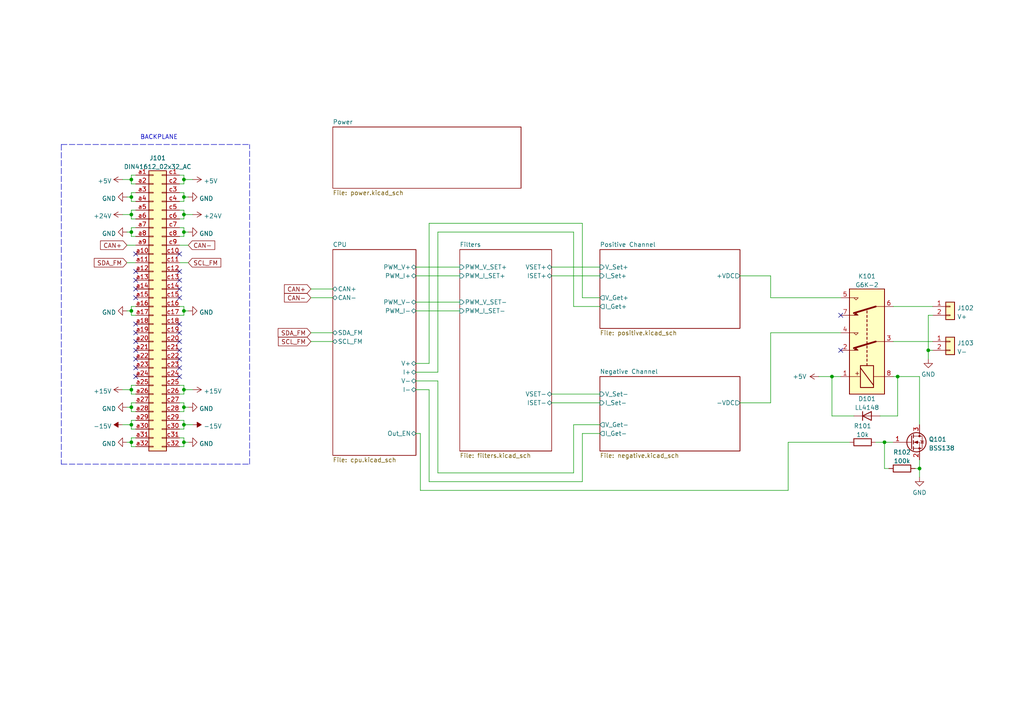
<source format=kicad_sch>
(kicad_sch (version 20211123) (generator eeschema)
  (paper "A4")
  (title_block (title "Overview") (date "2022-11-27") (rev "Rev V1.0") (company "Synthron"))
  (lib_symbols
    (symbol "Connector:DIN41612_02x32_AC" (pin_names (offset 1.016) hide)
      (property "Reference" "J" (at 1.27 40.64 0))
      (property "Value" "DIN41612_02x32_AC" (at 1.27 -43.18 0))
      (symbol "DIN41612_02x32_AC_1_1"
        (rectangle (start -1.27 -40.513) (end 0 -40.767) (stroke (width 0.1524)))
        (rectangle (start -1.27 -37.973) (end 0 -38.227) (stroke (width 0.1524)))
        (rectangle (start -1.27 -35.433) (end 0 -35.687) (stroke (width 0.1524)))
        (rectangle (start -1.27 -32.893) (end 0 -33.147) (stroke (width 0.1524)))
        (rectangle (start -1.27 -30.353) (end 0 -30.607) (stroke (width 0.1524)))
        (rectangle (start -1.27 -27.813) (end 0 -28.067) (stroke (width 0.1524)))
        (rectangle (start -1.27 -25.273) (end 0 -25.527) (stroke (width 0.1524)))
        (rectangle (start -1.27 -22.733) (end 0 -22.987) (stroke (width 0.1524)))
        (rectangle (start -1.27 -20.193) (end 0 -20.447) (stroke (width 0.1524)))
        (rectangle (start -1.27 -17.653) (end 0 -17.907) (stroke (width 0.1524)))
        (rectangle (start -1.27 -15.113) (end 0 -15.367) (stroke (width 0.1524)))
        (rectangle (start -1.27 -12.573) (end 0 -12.827) (stroke (width 0.1524)))
        (rectangle (start -1.27 -10.033) (end 0 -10.287) (stroke (width 0.1524)))
        (rectangle (start -1.27 -7.493) (end 0 -7.747) (stroke (width 0.1524)))
        (rectangle (start -1.27 -4.953) (end 0 -5.207) (stroke (width 0.1524)))
        (rectangle (start -1.27 -2.413) (end 0 -2.667) (stroke (width 0.1524)))
        (rectangle (start -1.27 0.127) (end 0 -0.127) (stroke (width 0.1524)))
        (rectangle (start -1.27 2.667) (end 0 2.413) (stroke (width 0.1524)))
        (rectangle (start -1.27 5.207) (end 0 4.953) (stroke (width 0.1524)))
        (rectangle (start -1.27 7.747) (end 0 7.493) (stroke (width 0.1524)))
        (rectangle (start -1.27 10.287) (end 0 10.033) (stroke (width 0.1524)))
        (rectangle (start -1.27 12.827) (end 0 12.573) (stroke (width 0.1524)))
        (rectangle (start -1.27 15.367) (end 0 15.113) (stroke (width 0.1524)))
        (rectangle (start -1.27 17.907) (end 0 17.653) (stroke (width 0.1524)))
        (rectangle (start -1.27 20.447) (end 0 20.193) (stroke (width 0.1524)))
        (rectangle (start -1.27 22.987) (end 0 22.733) (stroke (width 0.1524)))
        (rectangle (start -1.27 25.527) (end 0 25.273) (stroke (width 0.1524)))
        (rectangle (start -1.27 28.067) (end 0 27.813) (stroke (width 0.1524)))
        (rectangle (start -1.27 30.607) (end 0 30.353) (stroke (width 0.1524)))
        (rectangle (start -1.27 33.147) (end 0 32.893) (stroke (width 0.1524)))
        (rectangle (start -1.27 35.687) (end 0 35.433) (stroke (width 0.1524)))
        (rectangle (start -1.27 38.227) (end 0 37.973) (stroke (width 0.1524)))
        (rectangle (start -1.27 39.37) (end 3.81 -41.91) (stroke (width 0.254)) (fill (type background)))
        (rectangle (start 3.81 -40.513) (end 2.54 -40.767) (stroke (width 0.1524)))
        (rectangle (start 3.81 -37.973) (end 2.54 -38.227) (stroke (width 0.1524)))
        (rectangle (start 3.81 -35.433) (end 2.54 -35.687) (stroke (width 0.1524)))
        (rectangle (start 3.81 -32.893) (end 2.54 -33.147) (stroke (width 0.1524)))
        (rectangle (start 3.81 -30.353) (end 2.54 -30.607) (stroke (width 0.1524)))
        (rectangle (start 3.81 -27.813) (end 2.54 -28.067) (stroke (width 0.1524)))
        (rectangle (start 3.81 -25.273) (end 2.54 -25.527) (stroke (width 0.1524)))
        (rectangle (start 3.81 -22.733) (end 2.54 -22.987) (stroke (width 0.1524)))
        (rectangle (start 3.81 -20.193) (end 2.54 -20.447) (stroke (width 0.1524)))
        (rectangle (start 3.81 -17.653) (end 2.54 -17.907) (stroke (width 0.1524)))
        (rectangle (start 3.81 -15.113) (end 2.54 -15.367) (stroke (width 0.1524)))
        (rectangle (start 3.81 -12.573) (end 2.54 -12.827) (stroke (width 0.1524)))
        (rectangle (start 3.81 -10.033) (end 2.54 -10.287) (stroke (width 0.1524)))
        (rectangle (start 3.81 -7.493) (end 2.54 -7.747) (stroke (width 0.1524)))
        (rectangle (start 3.81 -4.953) (end 2.54 -5.207) (stroke (width 0.1524)))
        (rectangle (start 3.81 -2.413) (end 2.54 -2.667) (stroke (width 0.1524)))
        (rectangle (start 3.81 0.127) (end 2.54 -0.127) (stroke (width 0.1524)))
        (rectangle (start 3.81 2.667) (end 2.54 2.413) (stroke (width 0.1524)))
        (rectangle (start 3.81 5.207) (end 2.54 4.953) (stroke (width 0.1524)))
        (rectangle (start 3.81 7.747) (end 2.54 7.493) (stroke (width 0.1524)))
        (rectangle (start 3.81 10.287) (end 2.54 10.033) (stroke (width 0.1524)))
        (rectangle (start 3.81 12.827) (end 2.54 12.573) (stroke (width 0.1524)))
        (rectangle (start 3.81 15.367) (end 2.54 15.113) (stroke (width 0.1524)))
        (rectangle (start 3.81 17.907) (end 2.54 17.653) (stroke (width 0.1524)))
        (rectangle (start 3.81 20.447) (end 2.54 20.193) (stroke (width 0.1524)))
        (rectangle (start 3.81 22.987) (end 2.54 22.733) (stroke (width 0.1524)))
        (rectangle (start 3.81 25.527) (end 2.54 25.273) (stroke (width 0.1524)))
        (rectangle (start 3.81 28.067) (end 2.54 27.813) (stroke (width 0.1524)))
        (rectangle (start 3.81 30.607) (end 2.54 30.353) (stroke (width 0.1524)))
        (rectangle (start 3.81 33.147) (end 2.54 32.893) (stroke (width 0.1524)))
        (rectangle (start 3.81 35.687) (end 2.54 35.433) (stroke (width 0.1524)))
        (rectangle (start 3.81 38.227) (end 2.54 37.973) (stroke (width 0.1524)))
        (pin passive line (at -5.08 38.1 0) (length 3.81) (name "Pin_a1") (number "a1"))
        (pin passive line (at -5.08 15.24 0) (length 3.81) (name "Pin_a10") (number "a10"))
        (pin passive line (at -5.08 12.7 0) (length 3.81) (name "Pin_a11") (number "a11"))
        (pin passive line (at -5.08 10.16 0) (length 3.81) (name "Pin_a12") (number "a12"))
        (pin passive line (at -5.08 7.62 0) (length 3.81) (name "Pin_a13") (number "a13"))
        (pin passive line (at -5.08 5.08 0) (length 3.81) (name "Pin_a14") (number "a14"))
        (pin passive line (at -5.08 2.54 0) (length 3.81) (name "Pin_a15") (number "a15"))
        (pin passive line (at -5.08 0 0) (length 3.81) (name "Pin_a16") (number "a16"))
        (pin passive line (at -5.08 -2.54 0) (length 3.81) (name "Pin_a17") (number "a17"))
        (pin passive line (at -5.08 -5.08 0) (length 3.81) (name "Pin_a18") (number "a18"))
        (pin passive line (at -5.08 -7.62 0) (length 3.81) (name "Pin_a19") (number "a19"))
        (pin passive line (at -5.08 35.56 0) (length 3.81) (name "Pin_a2") (number "a2"))
        (pin passive line (at -5.08 -10.16 0) (length 3.81) (name "Pin_a20") (number "a20"))
        (pin passive line (at -5.08 -12.7 0) (length 3.81) (name "Pin_a21") (number "a21"))
        (pin passive line (at -5.08 -15.24 0) (length 3.81) (name "Pin_a22") (number "a22"))
        (pin passive line (at -5.08 -17.78 0) (length 3.81) (name "Pin_a23") (number "a23"))
        (pin passive line (at -5.08 -20.32 0) (length 3.81) (name "Pin_a24") (number "a24"))
        (pin passive line (at -5.08 -22.86 0) (length 3.81) (name "Pin_a25") (number "a25"))
        (pin passive line (at -5.08 -25.4 0) (length 3.81) (name "Pin_a26") (number "a26"))
        (pin passive line (at -5.08 -27.94 0) (length 3.81) (name "Pin_a27") (number "a27"))
        (pin passive line (at -5.08 -30.48 0) (length 3.81) (name "Pin_a28") (number "a28"))
        (pin passive line (at -5.08 -33.02 0) (length 3.81) (name "Pin_a29") (number "a29"))
        (pin passive line (at -5.08 33.02 0) (length 3.81) (name "Pin_a3") (number "a3"))
        (pin passive line (at -5.08 -35.56 0) (length 3.81) (name "Pin_a30") (number "a30"))
        (pin passive line (at -5.08 -38.1 0) (length 3.81) (name "Pin_a31") (number "a31"))
        (pin passive line (at -5.08 -40.64 0) (length 3.81) (name "Pin_a32") (number "a32"))
        (pin passive line (at -5.08 30.48 0) (length 3.81) (name "Pin_a4") (number "a4"))
        (pin passive line (at -5.08 27.94 0) (length 3.81) (name "Pin_a5") (number "a5"))
        (pin passive line (at -5.08 25.4 0) (length 3.81) (name "Pin_a6") (number "a6"))
        (pin passive line (at -5.08 22.86 0) (length 3.81) (name "Pin_a7") (number "a7"))
        (pin passive line (at -5.08 20.32 0) (length 3.81) (name "Pin_a8") (number "a8"))
        (pin passive line (at -5.08 17.78 0) (length 3.81) (name "Pin_a9") (number "a9"))
        (pin passive line (at 7.62 38.1 180) (length 3.81) (name "Pin_c1") (number "c1"))
        (pin passive line (at 7.62 15.24 180) (length 3.81) (name "Pin_c10") (number "c10"))
        (pin passive line (at 7.62 12.7 180) (length 3.81) (name "Pin_c11") (number "c11"))
        (pin passive line (at 7.62 10.16 180) (length 3.81) (name "Pin_c12") (number "c12"))
        (pin passive line (at 7.62 7.62 180) (length 3.81) (name "Pin_c13") (number "c13"))
        (pin passive line (at 7.62 5.08 180) (length 3.81) (name "Pin_c14") (number "c14"))
        (pin passive line (at 7.62 2.54 180) (length 3.81) (name "Pin_c15") (number "c15"))
        (pin passive line (at 7.62 0 180) (length 3.81) (name "Pin_c16") (number "c16"))
        (pin passive line (at 7.62 -2.54 180) (length 3.81) (name "Pin_c17") (number "c17"))
        (pin passive line (at 7.62 -5.08 180) (length 3.81) (name "Pin_c18") (number "c18"))
        (pin passive line (at 7.62 -7.62 180) (length 3.81) (name "Pin_c19") (number "c19"))
        (pin passive line (at 7.62 35.56 180) (length 3.81) (name "Pin_c2") (number "c2"))
        (pin passive line (at 7.62 -10.16 180) (length 3.81) (name "Pin_c20") (number "c20"))
        (pin passive line (at 7.62 -12.7 180) (length 3.81) (name "Pin_c21") (number "c21"))
        (pin passive line (at 7.62 -15.24 180) (length 3.81) (name "Pin_c22") (number "c22"))
        (pin passive line (at 7.62 -17.78 180) (length 3.81) (name "Pin_c23") (number "c23"))
        (pin passive line (at 7.62 -20.32 180) (length 3.81) (name "Pin_c24") (number "c24"))
        (pin passive line (at 7.62 -22.86 180) (length 3.81) (name "Pin_c25") (number "c25"))
        (pin passive line (at 7.62 -25.4 180) (length 3.81) (name "Pin_c26") (number "c26"))
        (pin passive line (at 7.62 -27.94 180) (length 3.81) (name "Pin_c27") (number "c27"))
        (pin passive line (at 7.62 -30.48 180) (length 3.81) (name "Pin_c28") (number "c28"))
        (pin passive line (at 7.62 -33.02 180) (length 3.81) (name "Pin_c29") (number "c29"))
        (pin passive line (at 7.62 33.02 180) (length 3.81) (name "Pin_c3") (number "c3"))
        (pin passive line (at 7.62 -35.56 180) (length 3.81) (name "Pin_c30") (number "c30"))
        (pin passive line (at 7.62 -38.1 180) (length 3.81) (name "Pin_c31") (number "c31"))
        (pin passive line (at 7.62 -40.64 180) (length 3.81) (name "Pin_c32") (number "c32"))
        (pin passive line (at 7.62 30.48 180) (length 3.81) (name "Pin_c4") (number "c4"))
        (pin passive line (at 7.62 27.94 180) (length 3.81) (name "Pin_c5") (number "c5"))
        (pin passive line (at 7.62 25.4 180) (length 3.81) (name "Pin_c6") (number "c6"))
        (pin passive line (at 7.62 22.86 180) (length 3.81) (name "Pin_c7") (number "c7"))
        (pin passive line (at 7.62 20.32 180) (length 3.81) (name "Pin_c8") (number "c8"))
        (pin passive line (at 7.62 17.78 180) (length 3.81) (name "Pin_c9") (number "c9"))
      )
    )
    (symbol "Connector_Generic:Conn_01x02" (pin_names (offset 1.016) hide)
      (property "Reference" "J" (at 0 2.54 0))
      (property "Value" "Conn_01x02" (at 0 -5.08 0))
      (symbol "Conn_01x02_1_1"
        (rectangle (start -1.27 -2.413) (end 0 -2.667) (stroke (width 0.1524)))
        (rectangle (start -1.27 0.127) (end 0 -0.127) (stroke (width 0.1524)))
        (rectangle (start -1.27 1.27) (end 1.27 -3.81) (stroke (width 0.254)) (fill (type background)))
        (pin passive line (at -5.08 0 0) (length 3.81) (name "Pin_1") (number "1"))
        (pin passive line (at -5.08 -2.54 0) (length 3.81) (name "Pin_2") (number "2"))
      )
    )
    (symbol "Device:R" (pin_numbers hide) (pin_names (offset 0))
      (property "Reference" "R" (at 2.032 0 90))
      (property "Value" "R" (at 0 0 90))
      (symbol "R_0_1"
        (rectangle (start -1.016 -2.54) (end 1.016 2.54) (stroke (width 0.254)))
      )
      (symbol "R_1_1"
        (pin passive line (at 0 3.81 270) (length 1.27) (name "~") (number "1"))
        (pin passive line (at 0 -3.81 90) (length 1.27) (name "~") (number "2"))
      )
    )
    (symbol "Diode:LL4148" (pin_numbers hide) (pin_names (offset 1.016) hide)
      (property "Reference" "D" (at 0 2.54 0))
      (property "Value" "LL4148" (at 0 -2.54 0))
      (symbol "LL4148_0_1"
        (polyline (pts (xy -1.27 1.27) (xy -1.27 -1.27)) (stroke (width 0.254)))
        (polyline (pts (xy 1.27 0) (xy -1.27 0)))
        (polyline (pts (xy 1.27 1.27) (xy 1.27 -1.27) (xy -1.27 0) (xy 1.27 1.27)) (stroke (width 0.254)))
      )
      (symbol "LL4148_1_1"
        (pin passive line (at -3.81 0 0) (length 2.54) (name "K") (number "1"))
        (pin passive line (at 3.81 0 180) (length 2.54) (name "A") (number "2"))
      )
    )
    (symbol "Relay:G6K-2"
      (property "Reference" "K" (at 16.51 3.81 0))
      (property "Value" "G6K-2" (at 16.51 1.27 0))
      (symbol "G6K-2_0_0"
        (text "+" (at -9.271 2.921 0) (effects (font (size 1.27 1.27))))
      )
      (symbol "G6K-2_0_1"
        (rectangle (start -15.24 5.08) (end 15.24 -5.08) (stroke (width 0.254)) (fill (type background)))
        (rectangle (start -13.335 1.905) (end -6.985 -1.905) (stroke (width 0.254)))
        (polyline (pts (xy -12.7 -1.905) (xy -7.62 1.905)) (stroke (width 0.254)))
        (polyline (pts (xy -10.16 -5.08) (xy -10.16 -1.905)))
        (polyline (pts (xy -10.16 5.08) (xy -10.16 1.905)))
        (polyline (pts (xy -6.985 0) (xy -6.35 0)) (stroke (width 0.254)))
        (polyline (pts (xy -5.715 0) (xy -5.08 0)) (stroke (width 0.254)))
        (polyline (pts (xy -4.445 0) (xy -3.81 0)) (stroke (width 0.254)))
        (polyline (pts (xy -3.175 0) (xy -2.54 0)) (stroke (width 0.254)))
        (polyline (pts (xy -1.905 0) (xy -1.27 0)) (stroke (width 0.254)))
        (polyline (pts (xy -0.635 0) (xy 0 0)) (stroke (width 0.254)))
        (polyline (pts (xy 0 -2.54) (xy -1.905 3.81)) (stroke (width 0.508)))
        (polyline (pts (xy 0 -2.54) (xy 0 -5.08)))
        (polyline (pts (xy 0.635 0) (xy 1.27 0)) (stroke (width 0.254)))
        (polyline (pts (xy 1.905 0) (xy 2.54 0)) (stroke (width 0.254)))
        (polyline (pts (xy 3.175 0) (xy 3.81 0)) (stroke (width 0.254)))
        (polyline (pts (xy 4.445 0) (xy 5.08 0)) (stroke (width 0.254)))
        (polyline (pts (xy 5.715 0) (xy 6.35 0)) (stroke (width 0.254)))
        (polyline (pts (xy 6.985 0) (xy 7.62 0)) (stroke (width 0.254)))
        (polyline (pts (xy 8.255 0) (xy 8.89 0)) (stroke (width 0.254)))
        (polyline (pts (xy 10.16 -2.54) (xy 8.255 3.81)) (stroke (width 0.508)))
        (polyline (pts (xy 10.16 -2.54) (xy 10.16 -5.08)))
        (polyline (pts (xy -2.54 5.08) (xy -2.54 2.54) (xy -1.905 3.175) (xy -2.54 3.81)) (fill (type outline)))
        (polyline (pts (xy 2.54 5.08) (xy 2.54 2.54) (xy 1.905 3.175) (xy 2.54 3.81)))
        (polyline (pts (xy 7.62 5.08) (xy 7.62 2.54) (xy 8.255 3.175) (xy 7.62 3.81)) (fill (type outline)))
        (polyline (pts (xy 12.7 5.08) (xy 12.7 2.54) (xy 12.065 3.175) (xy 12.7 3.81)))
      )
      (symbol "G6K-2_1_1"
        (pin passive line (at -10.16 7.62 270) (length 2.54) (name "~") (number "1"))
        (pin passive line (at -2.54 7.62 270) (length 2.54) (name "~") (number "2"))
        (pin passive line (at 0 -7.62 90) (length 2.54) (name "~") (number "3"))
        (pin passive line (at 2.54 7.62 270) (length 2.54) (name "~") (number "4"))
        (pin passive line (at 12.7 7.62 270) (length 2.54) (name "~") (number "5"))
        (pin passive line (at 10.16 -7.62 90) (length 2.54) (name "~") (number "6"))
        (pin passive line (at 7.62 7.62 270) (length 2.54) (name "~") (number "7"))
        (pin passive line (at -10.16 -7.62 90) (length 2.54) (name "~") (number "8"))
      )
    )
    (symbol "Transistor_FET:BSS138" (pin_names hide)
      (property "Reference" "Q" (at 5.08 1.905 0))
      (property "Value" "BSS138" (at 5.08 0 0))
      (symbol "BSS138_0_1"
        (polyline (pts (xy 0.254 0) (xy -2.54 0)))
        (polyline (pts (xy 0.254 1.905) (xy 0.254 -1.905)) (stroke (width 0.254)))
        (polyline (pts (xy 0.762 -1.27) (xy 0.762 -2.286)) (stroke (width 0.254)))
        (polyline (pts (xy 0.762 0.508) (xy 0.762 -0.508)) (stroke (width 0.254)))
        (polyline (pts (xy 0.762 2.286) (xy 0.762 1.27)) (stroke (width 0.254)))
        (polyline (pts (xy 2.54 2.54) (xy 2.54 1.778)))
        (polyline (pts (xy 2.54 -2.54) (xy 2.54 0) (xy 0.762 0)))
        (polyline (pts (xy 0.762 -1.778) (xy 3.302 -1.778) (xy 3.302 1.778) (xy 0.762 1.778)))
        (polyline (pts (xy 1.016 0) (xy 2.032 0.381) (xy 2.032 -0.381) (xy 1.016 0)) (fill (type outline)))
        (polyline (pts (xy 2.794 0.508) (xy 2.921 0.381) (xy 3.683 0.381) (xy 3.81 0.254)))
        (polyline (pts (xy 3.302 0.381) (xy 2.921 -0.254) (xy 3.683 -0.254) (xy 3.302 0.381)))
        (circle (center 1.651 0) (radius 2.794) (stroke (width 0.254)))
        (circle (center 2.54 -1.778) (radius 0.254) (fill (type outline)))
        (circle (center 2.54 1.778) (radius 0.254) (fill (type outline)))
      )
      (symbol "BSS138_1_1"
        (pin input line (at -5.08 0 0) (length 2.54) (name "G") (number "1"))
        (pin passive line (at 2.54 -5.08 90) (length 2.54) (name "S") (number "2"))
        (pin passive line (at 2.54 5.08 270) (length 2.54) (name "D") (number "3"))
      )
    )
    (symbol "power:+15V" (power) (pin_names (offset 0))
      (property "Value" "+15V" (at 0 3.556 0))
      (symbol "+15V_0_1"
        (polyline (pts (xy -0.762 1.27) (xy 0 2.54)))
        (polyline (pts (xy 0 0) (xy 0 2.54)))
        (polyline (pts (xy 0 2.54) (xy 0.762 1.27)))
      )
      (symbol "+15V_1_1"
        (pin power_in line (at 0 0 90) (length 0) hide (name "+15V") (number "1"))
      )
    )
    (symbol "power:+24V" (power) (pin_names (offset 0))
      (property "Value" "+24V" (at 0 3.556 0))
      (symbol "+24V_0_1"
        (polyline (pts (xy -0.762 1.27) (xy 0 2.54)))
        (polyline (pts (xy 0 0) (xy 0 2.54)))
        (polyline (pts (xy 0 2.54) (xy 0.762 1.27)))
      )
      (symbol "+24V_1_1"
        (pin power_in line (at 0 0 90) (length 0) hide (name "+24V") (number "1"))
      )
    )
    (symbol "power:+5V" (power) (pin_names (offset 0))
      (property "Value" "+5V" (at 0 3.556 0))
      (symbol "+5V_0_1"
        (polyline (pts (xy -0.762 1.27) (xy 0 2.54)))
        (polyline (pts (xy 0 0) (xy 0 2.54)))
        (polyline (pts (xy 0 2.54) (xy 0.762 1.27)))
      )
      (symbol "+5V_1_1"
        (pin power_in line (at 0 0 90) (length 0) hide (name "+5V") (number "1"))
      )
    )
    (symbol "power:-15V" (power) (pin_names (offset 0))
      (property "Value" "-15V" (at 0 3.81 0))
      (symbol "-15V_0_0"
        (pin power_in line (at 0 0 90) (length 0) hide (name "-15V") (number "1"))
      )
      (symbol "-15V_0_1"
        (polyline (pts (xy 0 0) (xy 0 1.27) (xy 0.762 1.27) (xy 0 2.54) (xy -0.762 1.27) (xy 0 1.27)) (fill (type outline)))
      )
    )
    (symbol "power:GND" (power) (pin_names (offset 0))
      (property "Value" "GND" (at 0 -3.81 0))
      (symbol "GND_0_1"
        (polyline (pts (xy 0 0) (xy 0 -1.27) (xy 1.27 -1.27) (xy 0 -2.54) (xy -1.27 -1.27) (xy 0 -1.27)))
      )
      (symbol "GND_1_1"
        (pin power_in line (at 0 0 270) (length 0) hide (name "GND") (number "1"))
      )
    )
  )
  (junction (at 38.1 128.27))
  (junction (at 53.34 90.17))
  (junction (at 53.34 118.11))
  (junction (at 53.34 67.31))
  (junction (at 53.34 62.23))
  (junction (at 38.1 118.11))
  (junction (at 38.1 62.23))
  (junction (at 53.34 113.03))
  (junction (at 260.35 109.22))
  (junction (at 241.3 109.22))
  (junction (at 53.34 128.27))
  (junction (at 53.34 52.07))
  (junction (at 266.7 135.89))
  (junction (at 53.34 123.19))
  (junction (at 38.1 123.19))
  (junction (at 269.24 101.6))
  (junction (at 256.54 128.27))
  (junction (at 38.1 90.17))
  (junction (at 38.1 52.07))
  (junction (at 38.1 113.03))
  (junction (at 38.1 67.31))
  (junction (at 53.34 57.15))
  (junction (at 38.1 57.15))
  (no_connect (at 52.07 104.14))
  (no_connect (at 52.07 73.66))
  (no_connect (at 52.07 81.28))
  (no_connect (at 52.07 93.98))
  (no_connect (at 39.37 109.22))
  (no_connect (at 243.84 91.44))
  (no_connect (at 39.37 96.52))
  (no_connect (at 52.07 86.36))
  (no_connect (at 52.07 83.82))
  (no_connect (at 52.07 99.06))
  (no_connect (at 52.07 101.6))
  (no_connect (at 39.37 83.82))
  (no_connect (at 52.07 109.22))
  (no_connect (at 243.84 101.6))
  (no_connect (at 39.37 99.06))
  (no_connect (at 52.07 96.52))
  (no_connect (at 39.37 86.36))
  (no_connect (at 39.37 78.74))
  (no_connect (at 39.37 93.98))
  (no_connect (at 52.07 78.74))
  (no_connect (at 39.37 106.68))
  (no_connect (at 39.37 101.6))
  (no_connect (at 39.37 73.66))
  (no_connect (at 39.37 104.14))
  (no_connect (at 39.37 81.28))
  (no_connect (at 52.07 106.68))
  (wire (pts (xy 38.1 116.84) (xy 39.37 116.84)))
  (wire (pts (xy 53.34 119.38) (xy 52.07 119.38)))
  (wire (pts (xy 53.34 60.96) (xy 53.34 62.23)))
  (wire (pts (xy 52.07 76.2) (xy 54.61 76.2)))
  (wire (pts (xy 53.34 62.23) (xy 53.34 63.5)))
  (wire (pts (xy 38.1 118.11) (xy 38.1 116.84)))
  (wire (pts (xy 160.02 114.3) (xy 173.99 114.3)))
  (wire (pts (xy 228.6 142.24) (xy 228.6 128.27)))
  (wire (pts (xy 38.1 124.46) (xy 39.37 124.46)))
  (wire (pts (xy 38.1 68.58) (xy 38.1 67.31)))
  (wire (pts (xy 237.49 109.22) (xy 241.3 109.22)))
  (wire (pts (xy 53.34 52.07) (xy 53.34 50.8)))
  (wire (pts (xy 53.34 123.19) (xy 55.88 123.19)))
  (wire (pts (xy 52.07 55.88) (xy 53.34 55.88)))
  (wire (pts (xy 35.56 62.23) (xy 38.1 62.23)))
  (wire (pts (xy 38.1 63.5) (xy 39.37 63.5)))
  (wire (pts (xy 241.3 109.22) (xy 243.84 109.22)))
  (wire (pts (xy 38.1 123.19) (xy 38.1 124.46)))
  (wire (pts (xy 173.99 86.36) (xy 168.91 86.36)))
  (wire (pts (xy 266.7 135.89) (xy 266.7 133.35)))
  (wire (pts (xy 166.37 67.31) (xy 127 67.31)))
  (wire (pts (xy 90.17 86.36) (xy 96.52 86.36)))
  (wire (pts (xy 53.34 91.44) (xy 53.34 90.17)))
  (wire (pts (xy 269.24 101.6) (xy 270.51 101.6)))
  (wire (pts (xy 124.46 139.7) (xy 124.46 113.03)))
  (wire (pts (xy 160.02 80.01) (xy 173.99 80.01)))
  (wire (pts (xy 53.34 90.17) (xy 54.61 90.17)))
  (wire (pts (xy 53.34 68.58) (xy 52.07 68.58)))
  (wire (pts (xy 38.1 91.44) (xy 38.1 90.17)))
  (wire (pts (xy 38.1 129.54) (xy 38.1 128.27)))
  (wire (pts (xy 53.34 116.84) (xy 53.34 118.11)))
  (wire (pts (xy 39.37 121.92) (xy 38.1 121.92)))
  (wire (pts (xy 39.37 91.44) (xy 38.1 91.44)))
  (wire (pts (xy 259.08 88.9) (xy 270.51 88.9)))
  (wire (pts (xy 223.52 96.52) (xy 223.52 116.84)))
  (wire (pts (xy 214.63 80.01) (xy 223.52 80.01)))
  (wire (pts (xy 168.91 86.36) (xy 168.91 64.77)))
  (wire (pts (xy 214.63 116.84) (xy 223.52 116.84)))
  (wire (pts (xy 53.34 129.54) (xy 52.07 129.54)))
  (wire (pts (xy 38.1 53.34) (xy 39.37 53.34)))
  (wire (pts (xy 38.1 88.9) (xy 39.37 88.9)))
  (wire (pts (xy 127 67.31) (xy 127 107.95)))
  (wire (pts (xy 35.56 123.19) (xy 38.1 123.19)))
  (wire (pts (xy 160.02 77.47) (xy 173.99 77.47)))
  (wire (pts (xy 39.37 129.54) (xy 38.1 129.54)))
  (wire (pts (xy 168.91 64.77) (xy 124.46 64.77)))
  (wire (pts (xy 53.34 128.27) (xy 53.34 129.54)))
  (wire (pts (xy 166.37 88.9) (xy 166.37 67.31)))
  (wire (pts (xy 53.34 67.31) (xy 53.34 68.58)))
  (wire (pts (xy 53.34 123.19) (xy 53.34 124.46)))
  (wire (pts (xy 120.65 77.47) (xy 133.35 77.47)))
  (wire (pts (xy 53.34 113.03) (xy 55.88 113.03)))
  (wire (pts (xy 38.1 58.42) (xy 38.1 57.15)))
  (wire (pts (xy 52.07 116.84) (xy 53.34 116.84)))
  (wire (pts (xy 38.1 67.31) (xy 38.1 66.04)))
  (wire (pts (xy 52.07 60.96) (xy 53.34 60.96)))
  (wire (pts (xy 256.54 128.27) (xy 259.08 128.27)))
  (polyline (pts (xy 72.39 134.62) (xy 72.39 41.91)))
  (wire (pts (xy 223.52 96.52) (xy 243.84 96.52)))
  (wire (pts (xy 53.34 111.76) (xy 53.34 113.03)))
  (wire (pts (xy 121.92 125.73) (xy 121.92 142.24)))
  (wire (pts (xy 90.17 83.82) (xy 96.52 83.82)))
  (wire (pts (xy 36.83 90.17) (xy 38.1 90.17)))
  (wire (pts (xy 269.24 104.14) (xy 269.24 101.6)))
  (wire (pts (xy 120.65 80.01) (xy 133.35 80.01)))
  (wire (pts (xy 266.7 123.19) (xy 266.7 109.22)))
  (wire (pts (xy 39.37 60.96) (xy 38.1 60.96)))
  (wire (pts (xy 53.34 127) (xy 53.34 128.27)))
  (wire (pts (xy 254 128.27) (xy 256.54 128.27)))
  (wire (pts (xy 52.07 114.3) (xy 53.34 114.3)))
  (wire (pts (xy 53.34 58.42) (xy 52.07 58.42)))
  (wire (pts (xy 39.37 68.58) (xy 38.1 68.58)))
  (wire (pts (xy 53.34 55.88) (xy 53.34 57.15)))
  (wire (pts (xy 228.6 128.27) (xy 246.38 128.27)))
  (wire (pts (xy 52.07 63.5) (xy 53.34 63.5)))
  (wire (pts (xy 53.34 90.17) (xy 53.34 88.9)))
  (wire (pts (xy 124.46 105.41) (xy 120.65 105.41)))
  (wire (pts (xy 36.83 67.31) (xy 38.1 67.31)))
  (wire (pts (xy 53.34 113.03) (xy 53.34 114.3)))
  (wire (pts (xy 38.1 127) (xy 39.37 127)))
  (wire (pts (xy 266.7 109.22) (xy 260.35 109.22)))
  (wire (pts (xy 120.65 87.63) (xy 133.35 87.63)))
  (wire (pts (xy 127 110.49) (xy 120.65 110.49)))
  (wire (pts (xy 247.65 120.65) (xy 241.3 120.65)))
  (wire (pts (xy 39.37 50.8) (xy 38.1 50.8)))
  (wire (pts (xy 53.34 53.34) (xy 53.34 52.07)))
  (wire (pts (xy 241.3 120.65) (xy 241.3 109.22)))
  (wire (pts (xy 52.07 121.92) (xy 53.34 121.92)))
  (wire (pts (xy 166.37 137.16) (xy 127 137.16)))
  (wire (pts (xy 124.46 113.03) (xy 120.65 113.03)))
  (wire (pts (xy 121.92 142.24) (xy 228.6 142.24)))
  (wire (pts (xy 173.99 125.73) (xy 168.91 125.73)))
  (wire (pts (xy 166.37 123.19) (xy 166.37 137.16)))
  (wire (pts (xy 36.83 76.2) (xy 39.37 76.2)))
  (wire (pts (xy 39.37 111.76) (xy 38.1 111.76)))
  (wire (pts (xy 127 107.95) (xy 120.65 107.95)))
  (wire (pts (xy 52.07 124.46) (xy 53.34 124.46)))
  (wire (pts (xy 38.1 119.38) (xy 38.1 118.11)))
  (wire (pts (xy 260.35 109.22) (xy 259.08 109.22)))
  (wire (pts (xy 53.34 121.92) (xy 53.34 123.19)))
  (wire (pts (xy 38.1 62.23) (xy 38.1 63.5)))
  (wire (pts (xy 38.1 50.8) (xy 38.1 52.07)))
  (wire (pts (xy 38.1 90.17) (xy 38.1 88.9)))
  (wire (pts (xy 38.1 60.96) (xy 38.1 62.23)))
  (wire (pts (xy 52.07 53.34) (xy 53.34 53.34)))
  (wire (pts (xy 173.99 123.19) (xy 166.37 123.19)))
  (wire (pts (xy 36.83 57.15) (xy 38.1 57.15)))
  (wire (pts (xy 53.34 118.11) (xy 54.61 118.11)))
  (wire (pts (xy 168.91 139.7) (xy 124.46 139.7)))
  (wire (pts (xy 266.7 135.89) (xy 266.7 138.43)))
  (wire (pts (xy 53.34 118.11) (xy 53.34 119.38)))
  (wire (pts (xy 35.56 52.07) (xy 38.1 52.07)))
  (wire (pts (xy 160.02 116.84) (xy 173.99 116.84)))
  (wire (pts (xy 256.54 135.89) (xy 257.81 135.89)))
  (wire (pts (xy 39.37 119.38) (xy 38.1 119.38)))
  (polyline (pts (xy 17.78 41.91) (xy 72.39 41.91)))
  (wire (pts (xy 38.1 113.03) (xy 38.1 114.3)))
  (wire (pts (xy 38.1 55.88) (xy 39.37 55.88)))
  (wire (pts (xy 260.35 120.65) (xy 260.35 109.22)))
  (wire (pts (xy 265.43 135.89) (xy 266.7 135.89)))
  (wire (pts (xy 127 137.16) (xy 127 110.49)))
  (wire (pts (xy 38.1 66.04) (xy 39.37 66.04)))
  (wire (pts (xy 52.07 50.8) (xy 53.34 50.8)))
  (wire (pts (xy 38.1 111.76) (xy 38.1 113.03)))
  (wire (pts (xy 52.07 71.12) (xy 54.61 71.12)))
  (wire (pts (xy 90.17 96.52) (xy 96.52 96.52)))
  (wire (pts (xy 38.1 57.15) (xy 38.1 55.88)))
  (wire (pts (xy 256.54 128.27) (xy 256.54 135.89)))
  (wire (pts (xy 39.37 58.42) (xy 38.1 58.42)))
  (wire (pts (xy 269.24 101.6) (xy 269.24 91.44)))
  (wire (pts (xy 52.07 111.76) (xy 53.34 111.76)))
  (wire (pts (xy 223.52 80.01) (xy 223.52 86.36)))
  (wire (pts (xy 53.34 62.23) (xy 55.88 62.23)))
  (wire (pts (xy 120.65 90.17) (xy 133.35 90.17)))
  (wire (pts (xy 259.08 99.06) (xy 270.51 99.06)))
  (wire (pts (xy 120.65 125.73) (xy 121.92 125.73)))
  (wire (pts (xy 223.52 86.36) (xy 243.84 86.36)))
  (wire (pts (xy 90.17 99.06) (xy 96.52 99.06)))
  (wire (pts (xy 53.34 67.31) (xy 54.61 67.31)))
  (wire (pts (xy 52.07 66.04) (xy 53.34 66.04)))
  (wire (pts (xy 52.07 91.44) (xy 53.34 91.44)))
  (wire (pts (xy 39.37 114.3) (xy 38.1 114.3)))
  (wire (pts (xy 36.83 118.11) (xy 38.1 118.11)))
  (wire (pts (xy 38.1 128.27) (xy 38.1 127)))
  (wire (pts (xy 53.34 57.15) (xy 53.34 58.42)))
  (polyline (pts (xy 17.78 134.62) (xy 72.39 134.62)))
  (wire (pts (xy 35.56 113.03) (xy 38.1 113.03)))
  (polyline (pts (xy 17.78 41.91) (xy 17.78 134.62)))
  (wire (pts (xy 36.83 71.12) (xy 39.37 71.12)))
  (wire (pts (xy 52.07 127) (xy 53.34 127)))
  (wire (pts (xy 53.34 88.9) (xy 52.07 88.9)))
  (wire (pts (xy 53.34 66.04) (xy 53.34 67.31)))
  (wire (pts (xy 36.83 128.27) (xy 38.1 128.27)))
  (wire (pts (xy 53.34 52.07) (xy 55.88 52.07)))
  (wire (pts (xy 38.1 52.07) (xy 38.1 53.34)))
  (wire (pts (xy 173.99 88.9) (xy 166.37 88.9)))
  (wire (pts (xy 53.34 128.27) (xy 54.61 128.27)))
  (wire (pts (xy 269.24 91.44) (xy 270.51 91.44)))
  (wire (pts (xy 53.34 57.15) (xy 54.61 57.15)))
  (wire (pts (xy 38.1 121.92) (xy 38.1 123.19)))
  (wire (pts (xy 168.91 125.73) (xy 168.91 139.7)))
  (wire (pts (xy 124.46 64.77) (xy 124.46 105.41)))
  (wire (pts (xy 255.27 120.65) (xy 260.35 120.65)))
  (text "BACKPLANE" (at 40.64 40.64 0) (effects (font (size 1.27 1.27)) (justify left bottom)))
  (global_label "SDA_FM" (shape input) (at 36.83 76.2 180) (property "Intersheet References" "${INTERSHEET_REFS}" (effects hide)))
  (global_label "CAN-" (shape input) (at 54.61 71.12 0) (property "Intersheet References" "${INTERSHEET_REFS}" (effects hide)))
  (global_label "CAN+" (shape input) (at 90.17 83.82 180) (property "Intersheet References" "${INTERSHEET_REFS}" (effects hide)))
  (global_label "SDA_FM" (shape input) (at 90.17 96.52 180) (property "Intersheet References" "${INTERSHEET_REFS}" (effects hide)))
  (global_label "SCL_FM" (shape input) (at 90.17 99.06 180) (property "Intersheet References" "${INTERSHEET_REFS}" (effects hide)))
  (global_label "SCL_FM" (shape input) (at 54.61 76.2 0) (property "Intersheet References" "${INTERSHEET_REFS}" (effects hide)))
  (global_label "CAN-" (shape input) (at 90.17 86.36 180) (property "Intersheet References" "${INTERSHEET_REFS}" (effects hide)))
  (global_label "CAN+" (shape input) (at 36.83 71.12 180) (property "Intersheet References" "${INTERSHEET_REFS}" (effects hide)))
  (symbol (lib_id "Connector:DIN41612_02x32_AC") (at 44.45 88.9 0) (unit 1)
    (property "Reference" "J101" (at 45.72 45.8302 0))
    (property "Value" "DIN41612_02x32_AC" (at 45.72 48.3671 0))
    (property "Footprint" "eigene:VG64_Euro" (effects hide))
  )
  (symbol (lib_id "power:GND") (at 54.61 128.27 90) (unit 1)
    (property "Reference" "#PWR0118" (effects hide))
    (property "Value" "GND" (at 57.785 128.7038 90) (effects (justify right)))
  )
  (symbol (lib_id "Transistor_FET:BSS138") (at 264.16 128.27 0) (unit 1)
    (property "Reference" "Q101" (at 269.367 127.4353 0) (effects (justify left)))
    (property "Value" "BSS138" (at 269.367 129.9722 0) (effects (justify left)))
    (property "Footprint" "Package_TO_SOT_SMD:SOT-23" (effects hide))
    (property "Datasheet" "https://www.onsemi.com/pub/Collateral/BSS138-D.PDF" (effects hide))
  )
  (symbol (lib_id "power:-15V") (at 55.88 123.19 270) (unit 1)
    (property "Reference" "#PWR0116" (effects hide))
    (property "Value" "-15V" (at 59.055 123.6238 90) (effects (justify left)))
  )
  (symbol (lib_id "power:GND") (at 54.61 90.17 90) (unit 1)
    (property "Reference" "#PWR0110" (effects hide))
    (property "Value" "GND" (at 57.785 90.6038 90) (effects (justify right)))
  )
  (symbol (lib_id "power:GND") (at 269.24 104.14 0) (unit 1)
    (property "Reference" "#PWR0119" (effects hide))
    (property "Value" "GND" (at 269.24 108.5834 0))
  )
  (symbol (lib_id "Device:R") (at 250.19 128.27 90) (unit 1)
    (property "Reference" "R101" (at 250.19 123.5542 90))
    (property "Value" "10k" (at 250.19 126.0911 90))
    (property "Footprint" "Resistor_SMD:R_0805_2012Metric" (effects hide))
  )
  (symbol (lib_id "Connector_Generic:Conn_01x02") (at 275.59 99.06 0) (unit 1)
    (property "Reference" "J103" (at 277.622 99.4953 0) (effects (justify left)))
    (property "Value" "V-" (at 277.622 102.0322 0) (effects (justify left)))
    (property "Footprint" "Connector_PinHeader_2.54mm:PinHeader_1x02_P2.54mm_Vertical" (effects hide))
  )
  (symbol (lib_id "power:GND") (at 36.83 90.17 270) (unit 1)
    (property "Reference" "#PWR0109" (effects hide))
    (property "Value" "GND" (at 33.6551 90.6038 90) (effects (justify right)))
  )
  (symbol (lib_id "Relay:G6K-2") (at 251.46 99.06 90) (unit 1)
    (property "Reference" "K101" (at 251.46 80.1202 90))
    (property "Value" "G6K-2" (at 251.46 82.6571 90))
    (property "Footprint" "Relay_SMD:Relay_DPDT_Omron_G6K-2F" (effects hide))
    (property "Datasheet" "http://omronfs.omron.com/en_US/ecb/products/pdf/en-g6k.pdf" (effects hide))
  )
  (symbol (lib_id "power:GND") (at 36.83 57.15 270) (unit 1)
    (property "Reference" "#PWR0103" (effects hide))
    (property "Value" "GND" (at 33.6551 57.5838 90) (effects (justify right)))
  )
  (symbol (lib_id "Diode:LL4148") (at 251.46 120.65 0) (unit 1)
    (property "Reference" "D101" (at 251.46 115.6802 0))
    (property "Value" "LL4148" (at 251.46 118.2171 0))
    (property "Footprint" "Diode_SMD:D_MiniMELF" (effects hide))
    (property "Datasheet" "http://www.vishay.com/docs/85557/ll4148.pdf" (effects hide))
  )
  (symbol (lib_id "power:+5V") (at 35.56 52.07 90) (unit 1)
    (property "Reference" "#PWR0101" (effects hide))
    (property "Value" "+5V" (at 32.3851 52.5038 90) (effects (justify left)))
  )
  (symbol (lib_id "power:GND") (at 54.61 57.15 90) (unit 1)
    (property "Reference" "#PWR0104" (effects hide))
    (property "Value" "GND" (at 57.785 57.5838 90) (effects (justify right)))
  )
  (symbol (lib_id "power:GND") (at 54.61 118.11 90) (unit 1)
    (property "Reference" "#PWR0114" (effects hide))
    (property "Value" "GND" (at 57.785 118.5438 90) (effects (justify right)))
  )
  (symbol (lib_id "power:GND") (at 266.7 138.43 0) (unit 1)
    (property "Reference" "#PWR0121" (effects hide))
    (property "Value" "GND" (at 266.7 142.8734 0))
  )
  (symbol (lib_id "Connector_Generic:Conn_01x02") (at 275.59 88.9 0) (unit 1)
    (property "Reference" "J102" (at 277.622 89.3353 0) (effects (justify left)))
    (property "Value" "V+" (at 277.622 91.8722 0) (effects (justify left)))
    (property "Footprint" "Connector_PinHeader_2.54mm:PinHeader_1x02_P2.54mm_Vertical" (effects hide))
  )
  (symbol (lib_id "power:GND") (at 54.61 67.31 90) (unit 1)
    (property "Reference" "#PWR0108" (effects hide))
    (property "Value" "GND" (at 57.785 67.7438 90) (effects (justify right)))
  )
  (symbol (lib_id "Device:R") (at 261.62 135.89 90) (unit 1)
    (property "Reference" "R102" (at 261.62 131.1742 90))
    (property "Value" "100k" (at 261.62 133.7111 90))
    (property "Footprint" "Resistor_SMD:R_0805_2012Metric" (effects hide))
  )
  (symbol (lib_id "power:+24V") (at 35.56 62.23 90) (unit 1)
    (property "Reference" "#PWR0105" (effects hide))
    (property "Value" "+24V" (at 32.385 62.6638 90) (effects (justify left)))
  )
  (symbol (lib_id "power:+15V") (at 55.88 113.03 270) (unit 1)
    (property "Reference" "#PWR0112" (effects hide))
    (property "Value" "+15V" (at 59.055 113.4638 90) (effects (justify left)))
  )
  (symbol (lib_id "power:+5V") (at 55.88 52.07 270) (unit 1)
    (property "Reference" "#PWR0102" (effects hide))
    (property "Value" "+5V" (at 59.055 52.5038 90) (effects (justify left)))
  )
  (symbol (lib_id "power:+15V") (at 35.56 113.03 90) (unit 1)
    (property "Reference" "#PWR0111" (effects hide))
    (property "Value" "+15V" (at 32.385 113.4638 90) (effects (justify left)))
  )
  (symbol (lib_id "power:+24V") (at 55.88 62.23 270) (unit 1)
    (property "Reference" "#PWR0106" (effects hide))
    (property "Value" "+24V" (at 59.055 62.6638 90) (effects (justify left)))
  )
  (symbol (lib_id "power:GND") (at 36.83 67.31 270) (unit 1)
    (property "Reference" "#PWR0107" (effects hide))
    (property "Value" "GND" (at 33.6551 67.7438 90) (effects (justify right)))
  )
  (symbol (lib_id "power:GND") (at 36.83 118.11 270) (unit 1)
    (property "Reference" "#PWR0113" (effects hide))
    (property "Value" "GND" (at 33.6551 118.5438 90) (effects (justify right)))
  )
  (symbol (lib_id "power:GND") (at 36.83 128.27 270) (unit 1)
    (property "Reference" "#PWR0117" (effects hide))
    (property "Value" "GND" (at 33.6551 128.7038 90) (effects (justify right)))
  )
  (symbol (lib_id "power:+5V") (at 237.49 109.22 90) (unit 1)
    (property "Reference" "#PWR0120" (effects hide))
    (property "Value" "+5V" (at 229.87 109.22 90) (effects (justify right)))
  )
  (symbol (lib_id "power:-15V") (at 35.56 123.19 90) (unit 1)
    (property "Reference" "#PWR0115" (effects hide))
    (property "Value" "-15V" (at 32.385 123.6238 90) (effects (justify left)))
  )
  (sheet (at 96.52 36.83) (size 54.61 17.78) (stroke (width 0.1524))
    (property "Sheet name" "Power" (at 96.52 36.1184 0) (effects (justify left bottom)))
    (property "Sheet file" "power.kicad_sch" (at 96.52 55.1946 0) (effects (justify left top)))
  )
  (sheet (at 96.52 72.39) (size 24.13 59.69) (stroke (width 0.1524))
    (property "Sheet name" "CPU" (at 96.52 71.6784 0) (effects (justify left bottom)))
    (property "Sheet file" "cpu.kicad_sch" (at 96.52 132.6646 0) (effects (justify left top)))
    (pin "V-" bidirectional (at 120.65 110.49 0))
    (pin "I+" bidirectional (at 120.65 107.95 0))
    (pin "V+" bidirectional (at 120.65 105.41 0))
    (pin "I-" bidirectional (at 120.65 113.03 0))
    (pin "SDA_FM" bidirectional (at 96.52 96.52 180))
    (pin "CAN+" bidirectional (at 96.52 83.82 180))
    (pin "CAN-" bidirectional (at 96.52 86.36 180))
    (pin "SCL_FM" bidirectional (at 96.52 99.06 180))
    (pin "PWM_I-" bidirectional (at 120.65 90.17 0))
    (pin "PWM_V-" bidirectional (at 120.65 87.63 0))
    (pin "PWM_I+" bidirectional (at 120.65 80.01 0))
    (pin "PWM_V+" bidirectional (at 120.65 77.47 0))
    (pin "Out_EN" bidirectional (at 120.65 125.73 0))
  )
  (sheet (at 173.99 109.22) (size 40.64 21.59) (stroke (width 0.1524))
    (property "Sheet name" "Negative Channel" (at 173.99 108.5084 0) (effects (justify left bottom)))
    (property "Sheet file" "negative.kicad_sch" (at 173.99 131.3946 0) (effects (justify left top)))
    (pin "I_Get-" output (at 173.99 125.73 180))
    (pin "V_Set-" input (at 173.99 114.3 180))
    (pin "I_Set-" input (at 173.99 116.84 180))
    (pin "V_Get-" output (at 173.99 123.19 180))
    (pin "-VDC" output (at 214.63 116.84 0))
  )
  (sheet (at 173.99 72.39) (size 40.64 22.86) (stroke (width 0.1524))
    (property "Sheet name" "Positive Channel" (at 173.99 71.6784 0) (effects (justify left bottom)))
    (property "Sheet file" "positive.kicad_sch" (at 173.99 95.8346 0) (effects (justify left top)))
    (pin "+VDC" output (at 214.63 80.01 0))
    (pin "V_Set+" input (at 173.99 77.47 180))
    (pin "I_Get+" output (at 173.99 88.9 180))
    (pin "I_Set+" input (at 173.99 80.01 180))
    (pin "V_Get+" output (at 173.99 86.36 180))
  )
  (sheet (at 133.35 72.39) (size 26.67 58.42) (stroke (width 0.1524))
    (property "Sheet name" "Filters" (at 133.35 71.6784 0) (effects (justify left bottom)))
    (property "Sheet file" "filters.kicad_sch" (at 133.35 131.3946 0) (effects (justify left top)))
    (pin "PWM_V_SET+" input (at 133.35 77.47 180))
    (pin "PWM_I_SET+" input (at 133.35 80.01 180))
    (pin "PWM_I_SET-" input (at 133.35 90.17 180))
    (pin "PWM_V_SET-" input (at 133.35 87.63 180))
    (pin "ISET-" bidirectional (at 160.02 116.84 0))
    (pin "ISET+" bidirectional (at 160.02 80.01 0))
    (pin "VSET-" bidirectional (at 160.02 114.3 0))
    (pin "VSET+" bidirectional (at 160.02 77.47 0))
  )
)
</source>
